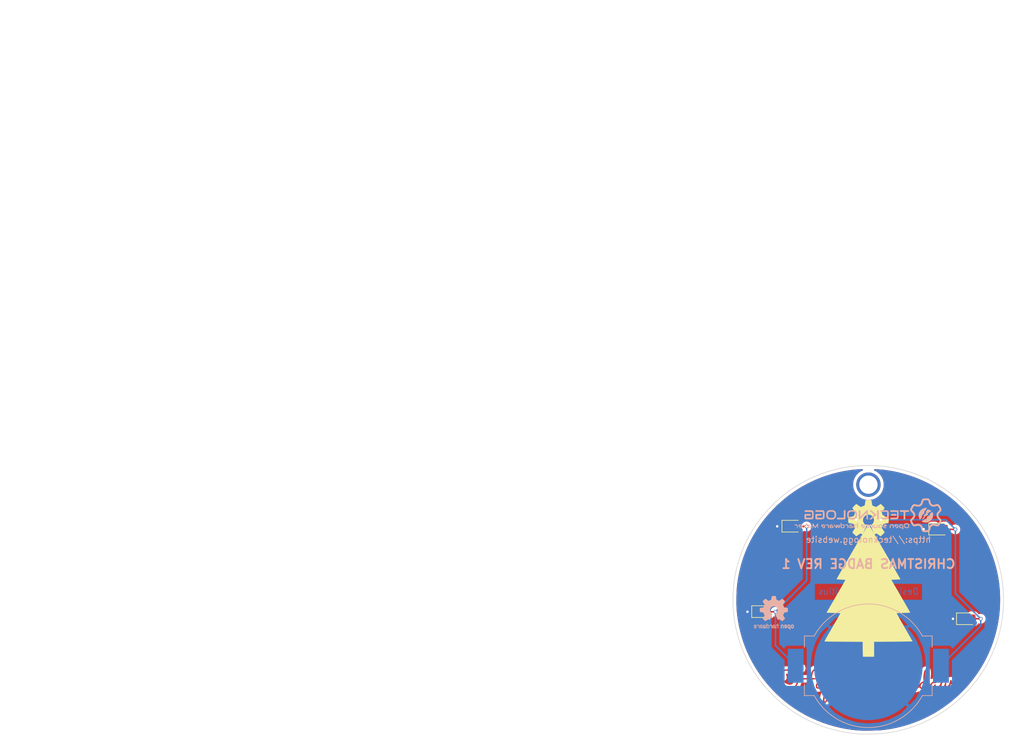
<source format=kicad_pcb>
(kicad_pcb (version 20171130) (host pcbnew "(5.1.6)-1")
  (layers (0 F.Cu signal) (31 B.Cu signal) (34 B.Paste user) (35 F.Paste user) (36 B.SilkS user) (37 F.SilkS user) (38 B.Mask user) (39 F.Mask user) (44 Edge.Cuts user))
  (net 0 "")
  (net 1 GND)
  (net 2 +3V3)
  (module Symbol:OSHW-Logo2_7.3x6mm_SilkScreen (layer B.Cu) (at 124 99 180)
    (fp_text reference REF** hide)
    (fp_text value OSHW-Logo2_7.3x6mm_SilkScreen hide)
  )
  (module logos:tecknologg2 (layer B.Cu) (at 139.5 83 180)
    (fp_text reference e hide)
    (fp_text value LOGO hide)
  )
  (module LED_SMD:LED_0805_2012Metric (layer F.Cu) (at 139.525 83.75)
    (fp_text reference R3 hide)
    (fp_text value LED_0805_2012Metric)
    (pad 2 smd roundrect (at 0.9375 0) (size 0.975 1.4) (layers F.Cu F.Paste F.Mask) (net 2 +3V3))
    (pad 1 smd roundrect (at -0.9375 0) (size 0.975 1.4) (layers F.Cu F.Paste F.Mask) (net 1 GND))
  )
  (module LED_SMD:LED_0805_2012Metric (layer F.Cu) (at 155.625 99.975)
    (fp_text reference R5 hide)
    (fp_text value LED_0805_2012Metric)
    (pad 1 smd roundrect (at -0.9375 0) (size 0.975 1.4) (layers F.Cu F.Paste F.Mask) (net 1 GND))
    (pad 2 smd roundrect (at 0.9375 0) (size 0.975 1.4) (layers F.Cu F.Paste F.Mask) (net 2 +3V3))
  )
  (module LED_SMD:LED_0805_2012Metric (layer F.Cu) (at 151.075 85.275)
    (fp_text reference R4 hide)
    (fp_text value LED_0805_2012Metric)
    (pad 1 smd roundrect (at -0.9375 0) (size 0.975 1.4) (layers F.Cu F.Paste F.Mask) (net 1 GND))
    (pad 2 smd roundrect (at 0.9375 0) (size 0.975 1.4) (layers F.Cu F.Paste F.Mask) (net 2 +3V3))
  )
  (module LED_SMD:LED_0805_2012Metric (layer F.Cu) (at 122.0625 98.8)
    (fp_text reference R1 hide)
    (fp_text value LED_0805_2012Metric)
    (pad 1 smd roundrect (at -0.9375 0) (size 0.975 1.4) (layers F.Cu F.Paste F.Mask) (net 1 GND))
    (pad 2 smd roundrect (at 0.9375 0) (size 0.975 1.4) (layers F.Cu F.Paste F.Mask) (net 2 +3V3))
  )
  (module LED_SMD:LED_0805_2012Metric (layer F.Cu) (at 127.0125 84.8)
    (fp_text reference R2 hide)
    (fp_text value LED_0805_2012Metric)
    (pad 2 smd roundrect (at 0.9375 0) (size 0.975 1.4) (layers F.Cu F.Paste F.Mask) (net 2 +3V3))
    (pad 1 smd roundrect (at -0.9375 0) (size 0.975 1.4) (layers F.Cu F.Paste F.Mask) (net 1 GND))
  )
  (module Battery:BatteryHolder_MPD_BC2003_1x2032 (layer B.Cu) (at 139.475 107.675 180)
    (fp_text reference BT1 hide)
    (fp_text value Battery_Cell)
    (pad 1 smd rect (at -11.905 0 180) (size 2.6 5.56) (layers B.Cu B.Paste B.Mask) (net 2 +3V3))
    (pad 1 smd rect (at 11.905 0 180) (size 2.6 5.56) (layers B.Cu B.Paste B.Mask) (net 2 +3V3))
    (pad 2 smd circle (at 0 0 180) (size 17.8 17.8) (layers B.Cu B.Mask) (net 1 GND))
  )
  (module LOGO (layer F.Cu) (at 140 99)
    (fp_text reference G*** hide)
    (fp_text value LOGO hide)
    (fp_poly (pts (xy 7.12285 10.383319) (xy 7.20561 10.453969) (xy 7.23898 10.579736) (xy 7.239 10.583334) (xy 7.220519 10.68657) (xy 7.1882 10.7442) (xy 7.094393 10.7899) (xy 6.98007 10.788794) (xy 6.884829 10.744627) (xy 6.85949 10.713117) (xy 6.81857 10.587457) (xy 6.825308 10.567083) (xy 6.999385 10.567083) (xy 7.006167 10.583334) (xy 7.062246 10.624086) (xy 7.074664 10.625667) (xy 7.097615 10.599584) (xy 7.090834 10.583334) (xy 7.034754 10.542581) (xy 7.022337 10.541) (xy 6.999385 10.567083) (xy 6.825308 10.567083) (xy 6.85219 10.485808) (xy 6.893084 10.441728) (xy 7.011681 10.376376) (xy 7.12285 10.383319)) (layer F.Cu) (width 0.01))
    (fp_poly (pts (xy 1.856878 8.886902) (xy 1.935441 8.953178) (xy 1.963673 8.99852) (xy 1.963191 9.0703) (xy 1.935066 9.173043) (xy 1.891825 9.274771) (xy 1.845991 9.343505) (xy 1.823783 9.355667) (xy 1.77807 9.381942) (xy 1.694535 9.448803) (xy 1.642234 9.495179) (xy 1.584275 9.549959) (xy 1.541008 9.60174) (xy 1.50903 9.664255) (xy 1.484935 9.751235) (xy 1.465321 9.876412) (xy 1.446783 10.053516) (xy 1.425918 10.29628) (xy 1.417097 10.403417) (xy 1.391873 10.710334) (xy 2.04002 10.705385) (xy 2.421601 10.699745) (xy 2.724375 10.6889) (xy 2.954077 10.672277) (xy 3.116441 10.649303) (xy 3.2172 10.619404) (xy 3.261457 10.583334) (xy 3.283032 10.512114) (xy 3.310483 10.383379) (xy 3.338257 10.223506) (xy 3.341141 10.204842) (xy 3.400612 9.931947) (xy 3.489351 9.675153) (xy 3.597909 9.457081) (xy 3.716833 9.300352) (xy 3.720579 9.296722) (xy 3.847441 9.212184) (xy 3.999276 9.162659) (xy 4.147795 9.152649) (xy 4.264711 9.186652) (xy 4.289503 9.206217) (xy 4.339347 9.27529) (xy 4.320133 9.322465) (xy 4.225704 9.354646) (xy 4.145538 9.367651) (xy 3.948683 9.435076) (xy 3.784777 9.573829) (xy 3.70356 9.696211) (xy 3.656326 9.814397) (xy 3.603748 9.988549) (xy 3.553104 10.190913) (xy 3.511672 10.393734) (xy 3.497182 10.483182) (xy 3.4719 10.658197) (xy 3.754161 10.688425) (xy 3.941833 10.711078) (xy 4.059911 10.733527) (xy 4.12332 10.760575) (xy 4.146986 10.797026) (xy 4.148667 10.815404) (xy 4.10849 10.862708) (xy 3.995472 10.897754) (xy 3.820878 10.917993) (xy 3.677709 10.922) (xy 3.587263 10.921854) (xy 3.525776 10.930177) (xy 3.489541 10.960107) (xy 3.474854 11.024786) (xy 3.478008 11.137351) (xy 3.495298 11.310944) (xy 3.516013 11.495361) (xy 3.54572 11.705877) (xy 3.585815 11.916618) (xy 3.629101 12.091312) (xy 3.643013 12.13532) (xy 3.688155 12.282885) (xy 3.718056 12.411975) (xy 3.725334 12.473794) (xy 3.701364 12.553636) (xy 3.642432 12.568212) (xy 3.568002 12.51711) (xy 3.537963 12.47775) (xy 3.472487 12.336332) (xy 3.410219 12.122242) (xy 3.353975 11.847475) (xy 3.306572 11.524025) (xy 3.299073 11.460477) (xy 3.27702 11.273947) (xy 3.256886 11.116615) (xy 3.241386 11.009035) (xy 3.234916 10.974917) (xy 3.206159 10.95415) (xy 3.127535 10.939143) (xy 2.990332 10.929265) (xy 2.785837 10.923885) (xy 2.509579 10.922368) (xy 2.254291 10.92405) (xy 2.011728 10.928453) (xy 1.801888 10.935012) (xy 1.64477 10.943161) (xy 1.584351 10.948551) (xy 1.369534 10.974366) (xy 1.316361 11.233933) (xy 1.206951 11.604669) (xy 1.044103 11.918398) (xy 0.831552 12.170169) (xy 0.573033 12.355031) (xy 0.418736 12.424157) (xy 0.1333 12.495022) (xy -0.171317 12.511927) (xy -0.47825 12.47918) (xy -0.770635 12.401086) (xy -1.031607 12.281952) (xy -1.244303 12.126084) (xy -1.375755 11.965932) (xy -1.421363 11.853592) (xy -1.403794 11.791002) (xy -1.334753 11.7884) (xy -1.238365 11.845746) (xy -1.016304 12.016612) (xy -0.830146 12.136083) (xy -0.656257 12.212959) (xy -0.471002 12.256044) (xy -0.250747 12.274137) (xy -0.081223 12.276667) (xy 0.238814 12.243578) (xy 0.507606 12.143564) (xy 0.72718 11.975506) (xy 0.899567 11.738282) (xy 0.901946 11.733931) (xy 0.967569 11.594608) (xy 1.029264 11.431838) (xy 1.080402 11.268054) (xy 1.114354 11.12569) (xy 1.124493 11.027177) (xy 1.118446 11.001186) (xy 1.066745 10.980766) (xy 0.957912 10.967383) (xy 0.864006 10.964334) (xy 0.714298 10.956472) (xy 0.632456 10.930246) (xy 0.607275 10.899008) (xy 0.596265 10.839664) (xy 0.628286 10.801758) (xy 0.717414 10.777894) (xy 0.86926 10.761373) (xy 1.005666 10.744164) (xy 1.095431 10.708937) (xy 1.150424 10.639566) (xy 1.182517 10.519926) (xy 1.203582 10.333891) (xy 1.206149 10.30375) (xy 1.222249 10.118742) (xy 1.239185 9.93541) (xy 1.250788 9.818009) (xy 1.260659 9.700237) (xy 1.249663 9.646122) (xy 1.205805 9.635121) (xy 1.148148 9.642215) (xy 1.06345 9.642542) (xy 0.913586 9.631251) (xy 0.716983 9.610175) (xy 0.492067 9.581146) (xy 0.396237 9.567414) (xy -0.039572 9.510931) (xy -0.404912 9.480282) (xy -0.697174 9.475526) (xy -0.913747 9.49672) (xy -1.038114 9.536075) (xy -1.230467 9.669714) (xy -1.342158 9.826426) (xy -1.37223 10.002394) (xy -1.319724 10.193801) (xy -1.237288 10.32957) (xy -1.138284 10.481004) (xy -1.103863 10.578501) (xy -1.13386 10.622681) (xy -1.158457 10.625667) (xy -1.262724 10.588329) (xy -1.374341 10.490329) (xy -1.478373 10.352683) (xy -1.559883 10.196411) (xy -1.603935 10.042528) (xy -1.607737 9.993449) (xy -1.576417 9.836685) (xy -1.491933 9.664688) (xy -1.372257 9.50814) (xy -1.272267 9.420738) (xy -1.115822 9.332441) (xy -0.938691 9.275387) (xy -0.727685 9.248448) (xy -0.469618 9.250496) (xy -0.151303 9.280403) (xy 0.049655 9.307647) (xy 0.301159 9.343007) (xy 0.552745 9.375881) (xy 0.778412 9.403028) (xy 0.952159 9.421208) (xy 0.980989 9.423696) (xy 1.291167 9.448863) (xy 1.382367 9.271) (xy 1.574378 9.271) (xy 1.615207 9.24318) (xy 1.672167 9.186334) (xy 1.721055 9.125008) (xy 1.727622 9.101667) (xy 1.686793 9.129487) (xy 1.629834 9.186334) (xy 1.580945 9.247659) (xy 1.574378 9.271) (xy 1.382367 9.271) (xy 1.418167 9.201181) (xy 1.536549 9.01327) (xy 1.658616 8.90003) (xy 1.779417 8.865006) (xy 1.856878 8.886902)) (layer F.Cu) (width 0.01))
    (fp_poly (pts (xy -11.352659 8.924692) (xy -11.339053 8.950378) (xy -11.310455 9.091466) (xy -11.35825 9.230427) (xy -11.485448 9.373995) (xy -11.553377 9.429738) (xy -11.644272 9.50268) (xy -11.70981 9.570083) (xy -11.755323 9.647868) (xy -11.786141 9.751957) (xy -11.807594 9.898271) (xy -11.825012 10.102732) (xy -11.836832 10.276417) (xy -11.865437 10.710334) (xy -11.251939 10.710334) (xy -10.998771 10.708355) (xy -10.744199 10.702945) (xy -10.515466 10.694893) (xy -10.339815 10.684989) (xy -10.318565 10.683294) (xy -9.998689 10.656255) (xy -9.948924 10.315906) (xy -9.877764 9.967113) (xy -9.776078 9.671055) (xy -9.648052 9.435016) (xy -9.497874 9.266279) (xy -9.329732 9.17213) (xy -9.285082 9.161045) (xy -9.161295 9.155527) (xy -9.046071 9.178269) (xy -8.964271 9.220799) (xy -8.940754 9.274645) (xy -8.941739 9.278052) (xy -8.988904 9.315341) (xy -9.091596 9.357362) (xy -9.165801 9.379036) (xy -9.349308 9.456759) (xy -9.494152 9.590553) (xy -9.603987 9.786795) (xy -9.682468 10.051861) (xy -9.730334 10.363993) (xy -9.761958 10.659962) (xy -9.487935 10.689307) (xy -9.302717 10.711798) (xy -9.186907 10.734439) (xy -9.125386 10.762259) (xy -9.103035 10.800287) (xy -9.101666 10.817787) (xy -9.133563 10.85138) (xy -9.234169 10.878401) (xy -9.41086 10.900693) (xy -9.446325 10.903913) (xy -9.790983 10.933978) (xy -9.765239 11.319572) (xy -9.741474 11.548162) (xy -9.702408 11.796919) (xy -9.655886 12.017) (xy -9.648933 12.043834) (xy -9.591496 12.259907) (xy -9.554254 12.407336) (xy -9.535423 12.499238) (xy -9.53322 12.548733) (xy -9.545861 12.56894) (xy -9.571564 12.572978) (xy -9.577004 12.573) (xy -9.651723 12.543846) (xy -9.708768 12.495772) (xy -9.766731 12.394274) (xy -9.825172 12.226397) (xy -9.879943 12.010304) (xy -9.926896 11.764156) (xy -9.96188 11.506115) (xy -9.977567 11.319147) (xy -10.002793 10.890793) (xy -10.769313 10.911607) (xy -11.028264 10.919876) (xy -11.269208 10.929848) (xy -11.474723 10.94063) (xy -11.627383 10.951326) (xy -11.701165 10.959449) (xy -11.866498 10.986477) (xy -11.983414 11.361538) (xy -12.126276 11.725316) (xy -12.305929 12.02326) (xy -12.518681 12.251284) (xy -12.760836 12.405299) (xy -12.99007 12.475492) (xy -13.397643 12.510661) (xy -13.775739 12.474698) (xy -14.116694 12.369051) (xy -14.392398 12.210514) (xy -14.578751 12.059456) (xy -14.686792 11.938025) (xy -14.717181 11.84532) (xy -14.694111 11.798511) (xy -14.640956 11.787217) (xy -14.549059 11.831366) (xy -14.467939 11.888358) (xy -14.124909 12.10573) (xy -13.782224 12.243473) (xy -13.444446 12.300236) (xy -13.144782 12.280302) (xy -12.914332 12.222507) (xy -12.736434 12.137198) (xy -12.579754 12.008315) (xy -12.545813 11.973362) (xy -12.364234 11.72434) (xy -12.221308 11.403043) (xy -12.131495 11.08075) (xy -12.10572 10.964334) (xy -12.384797 10.964334) (xy -12.534803 10.961592) (xy -12.617308 10.950187) (xy -12.64939 10.925342) (xy -12.649799 10.89025) (xy -12.617996 10.843195) (xy -12.533202 10.80844) (xy -12.379818 10.779684) (xy -12.373916 10.778837) (xy -12.233746 10.751221) (xy -12.13091 10.716699) (xy -12.091325 10.687343) (xy -12.080827 10.625676) (xy -12.067746 10.498247) (xy -12.053773 10.323855) (xy -12.040987 10.12793) (xy -12.011434 9.622682) (xy -12.133467 9.640219) (xy -12.218398 9.640466) (xy -12.368192 9.629145) (xy -12.564117 9.608109) (xy -12.787437 9.57921) (xy -12.869333 9.567473) (xy -13.289074 9.51204) (xy -13.635493 9.481362) (xy -13.916503 9.476325) (xy -14.140012 9.497812) (xy -14.313933 9.54671) (xy -14.446175 9.623901) (xy -14.54465 9.730271) (xy -14.561999 9.756754) (xy -14.63569 9.933441) (xy -14.630145 10.106269) (xy -14.544431 10.287896) (xy -14.520333 10.322615) (xy -14.440554 10.449025) (xy -14.397004 10.552005) (xy -14.395496 10.614577) (xy -14.416602 10.625667) (xy -14.520046 10.59166) (xy -14.63528 10.504764) (xy -14.735928 10.387664) (xy -14.77673 10.315943) (xy -14.847949 10.072538) (xy -14.839134 9.841528) (xy -14.752193 9.632511) (xy -14.608831 9.47122) (xy -14.454247 9.373647) (xy -14.255837 9.307851) (xy -14.006524 9.273359) (xy -13.699233 9.269699) (xy -13.326887 9.296397) (xy -12.88241 9.35298) (xy -12.869333 9.354919) (xy -12.643864 9.386759) (xy -12.434813 9.4132) (xy -12.263437 9.43176) (xy -12.150994 9.439955) (xy -12.139796 9.440139) (xy -12.045037 9.433847) (xy -11.981728 9.401954) (xy -11.925634 9.325369) (xy -11.900307 9.277561) (xy -11.684 9.277561) (xy -11.671357 9.311067) (xy -11.630275 9.274601) (xy -11.576482 9.196917) (xy -11.50156 9.0805) (xy -11.59278 9.161145) (xy -11.659013 9.230936) (xy -11.684 9.277561) (xy -11.900307 9.277561) (xy -11.876616 9.232843) (xy -11.766681 9.055235) (xy -11.648642 8.930006) (xy -11.533175 8.862766) (xy -11.430956 8.859125) (xy -11.352659 8.924692)) (layer F.Cu) (width 0.01))
    (fp_poly (pts (xy 6.35858 9.047532) (xy 6.467631 9.158269) (xy 6.498808 9.21483) (xy 6.533738 9.304967) (xy 6.553002 9.407226) (xy 6.5585 9.543734) (xy 6.552135 9.736617) (xy 6.548848 9.797372) (xy 6.526107 10.060803) (xy 6.485793 10.306522) (xy 6.422203 10.55582) (xy 6.329637 10.829989) (xy 6.202391 11.150322) (xy 6.159058 11.252858) (xy 5.959211 11.720961) (xy 6.027446 11.921222) (xy 6.111372 12.118827) (xy 6.203255 12.234296) (xy 6.308069 12.270107) (xy 6.430791 12.228737) (xy 6.517942 12.165508) (xy 6.67612 11.98286) (xy 6.799968 11.736346) (xy 6.875203 11.472334) (xy 6.907924 11.33518) (xy 6.94442 11.261392) (xy 6.997054 11.230109) (xy 7.021573 11.225341) (xy 7.121645 11.211181) (xy 7.094172 11.627507) (xy 7.084892 11.879139) (xy 7.097561 12.058688) (xy 7.135294 12.176615) (xy 7.201211 12.243385) (xy 7.285069 12.26814) (xy 7.396899 12.244804) (xy 7.524814 12.148128) (xy 7.672261 11.975093) (xy 7.700587 11.93496) (xy 8.053994 11.93496) (xy 8.063756 12.09565) (xy 8.087156 12.15245) (xy 8.158123 12.224198) (xy 8.250197 12.21406) (xy 8.363086 12.122069) (xy 8.363143 12.122008) (xy 8.442436 12.005513) (xy 8.509522 11.853437) (xy 8.554668 11.695959) (xy 8.568139 11.563259) (xy 8.559299 11.513805) (xy 8.534499 11.462746) (xy 8.496164 11.454249) (xy 8.417596 11.486927) (xy 8.3821 11.504597) (xy 8.22225 11.61948) (xy 8.109853 11.769585) (xy 8.053994 11.93496) (xy 7.700587 11.93496) (xy 7.758199 11.853334) (xy 7.948756 11.599858) (xy 8.132322 11.420031) (xy 8.318558 11.30449) (xy 8.329084 11.299808) (xy 8.509 11.221342) (xy 8.509 10.710442) (xy 8.72132 10.710442) (xy 8.72312 10.902617) (xy 8.730379 11.062661) (xy 8.743159 11.173518) (xy 8.761521 11.218132) (xy 8.763 11.218334) (xy 8.80423 11.203275) (xy 8.805334 11.198863) (xy 8.814958 11.152134) (xy 8.840907 11.041705) (xy 8.878795 10.88597) (xy 8.908798 10.764946) (xy 8.982836 10.430207) (xy 9.029458 10.133656) (xy 9.047568 9.88675) (xy 9.036066 9.700949) (xy 9.017459 9.630834) (xy 8.96809 9.503834) (xy 8.891208 9.598221) (xy 8.843139 9.689783) (xy 8.796546 9.83146) (xy 8.767496 9.961522) (xy 8.748068 10.111674) (xy 8.733855 10.297915) (xy 8.724919 10.503189) (xy 8.72132 10.710442) (xy 8.509 10.710442) (xy 8.509 10.698446) (xy 8.521512 10.299752) (xy 8.558065 9.960807) (xy 8.617185 9.68567) (xy 8.697395 9.478401) (xy 8.797221 9.343056) (xy 8.915189 9.283696) (xy 9.019727 9.293032) (xy 9.126286 9.357097) (xy 9.196527 9.475432) (xy 9.233882 9.65709) (xy 9.242248 9.879798) (xy 9.229517 10.172307) (xy 9.194366 10.455777) (xy 9.132226 10.755061) (xy 9.038528 11.095012) (xy 8.990163 11.251185) (xy 8.914357 11.508448) (xy 8.872917 11.704652) (xy 8.865633 11.856024) (xy 8.892294 11.978788) (xy 8.95269 12.089172) (xy 8.978852 12.124206) (xy 9.059798 12.200761) (xy 9.136279 12.234273) (xy 9.138768 12.234334) (xy 9.226415 12.197143) (xy 9.345062 12.08952) (xy 9.489132 11.917391) (xy 9.649569 11.691889) (xy 9.818197 11.472407) (xy 9.980783 11.333117) (xy 10.144934 11.270653) (xy 10.318258 11.281648) (xy 10.456334 11.334816) (xy 10.553261 11.400267) (xy 10.600572 11.465499) (xy 10.592621 11.513452) (xy 10.523759 11.527063) (xy 10.519834 11.526671) (xy 10.314849 11.508385) (xy 10.172813 11.508731) (xy 10.073311 11.531543) (xy 9.995929 11.580654) (xy 9.94176 11.635222) (xy 9.853698 11.763147) (xy 9.822952 11.904822) (xy 9.821982 11.949251) (xy 9.834095 12.112895) (xy 9.8732 12.202879) (xy 9.945646 12.227655) (xy 10.0187 12.211043) (xy 10.122528 12.139494) (xy 10.222612 11.994934) (xy 10.247313 11.947651) (xy 10.312449 11.822333) (xy 10.365744 11.728701) (xy 10.389583 11.694307) (xy 10.433866 11.695013) (xy 10.484178 11.752826) (xy 10.525039 11.842964) (xy 10.541 11.936672) (xy 10.570752 12.073464) (xy 10.647087 12.180402) (xy 10.750627 12.232637) (xy 10.773152 12.234334) (xy 10.878249 12.194103) (xy 11.001483 12.076184) (xy 11.139313 11.88473) (xy 11.280613 11.638403) (xy 11.38115 11.456885) (xy 11.458126 11.344531) (xy 11.520083 11.292159) (xy 11.575562 11.290588) (xy 11.595097 11.300382) (xy 11.621849 11.335291) (xy 11.618286 11.401982) (xy 11.582083 11.519672) (xy 11.561927 11.574715) (xy 11.493853 11.804018) (xy 11.473307 11.993104) (xy 11.499127 12.133226) (xy 11.570153 12.215639) (xy 11.649533 12.234334) (xy 11.726975 12.195795) (xy 11.814922 12.090441) (xy 11.903622 11.933663) (xy 11.983321 11.740854) (xy 12.006102 11.671562) (xy 12.053641 11.533124) (xy 12.095027 11.460687) (xy 12.141955 11.437489) (xy 12.168566 11.438729) (xy 12.205066 11.444396) (xy 12.229469 11.458125) (xy 12.24286 11.493423) (xy 12.246328 11.563799) (xy 12.24096 11.682761) (xy 12.227842 11.863819) (xy 12.215562 12.022667) (xy 12.187795 12.3825) (xy 12.383693 12.173681) (xy 12.55342 11.962111) (xy 12.698799 11.723147) (xy 12.804299 11.485265) (xy 12.84845 11.321552) (xy 12.878691 11.160263) (xy 12.907535 11.06564) (xy 12.944133 11.020343) (xy 12.997633 11.00703) (xy 13.014599 11.006667) (xy 13.078626 11.019803) (xy 13.114599 11.073974) (xy 13.136917 11.186584) (xy 13.167157 11.324029) (xy 13.219847 11.496088) (xy 13.269672 11.630242) (xy 13.339642 11.840695) (xy 13.372796 12.029744) (xy 13.367544 12.179529) (xy 13.326534 12.2682) (xy 13.297575 12.310059) (xy 13.328636 12.319) (xy 13.454342 12.28326) (xy 13.599514 12.186075) (xy 13.747338 12.042503) (xy 13.881 11.867597) (xy 13.936281 11.774921) (xy 14.001171 11.686047) (xy 14.065889 11.642543) (xy 14.073865 11.641667) (xy 14.12554 11.67478) (xy 14.136937 11.758007) (xy 14.108405 11.867179) (xy 14.069577 11.939164) (xy 13.970318 12.068328) (xy 13.841339 12.210186) (xy 13.705548 12.341828) (xy 13.585854 12.440346) (xy 13.538186 12.470562) (xy 13.377301 12.519959) (xy 13.190625 12.525264) (xy 13.005519 12.491192) (xy 12.849343 12.422458) (xy 12.756807 12.335893) (xy 12.714642 12.234619) (xy 12.741497 12.177813) (xy 12.829929 12.173581) (xy 12.889321 12.191552) (xy 13.000625 12.214058) (xy 13.100066 12.176011) (xy 13.107881 12.170982) (xy 13.175924 12.11614) (xy 13.200832 12.054573) (xy 13.183482 11.963999) (xy 13.124755 11.822137) (xy 13.121891 11.815814) (xy 13.03764 11.630128) (xy 12.875046 11.881693) (xy 12.764118 12.038093) (xy 12.62164 12.218348) (xy 12.476104 12.386621) (xy 12.458167 12.406046) (xy 12.203882 12.678834) (xy 12.174804 13.335) (xy 12.155663 13.668289) (xy 12.129195 13.929535) (xy 12.092175 14.131263) (xy 12.041382 14.286) (xy 11.973591 14.406268) (xy 11.88558 14.504593) (xy 11.870281 14.51836) (xy 11.73955 14.614376) (xy 11.633159 14.639016) (xy 11.529842 14.592237) (xy 11.448504 14.517541) (xy 11.378788 14.435746) (xy 11.342522 14.35644) (xy 11.330327 14.248255) (xy 11.331319 14.137949) (xy 11.526347 14.137949) (xy 11.548316 14.285138) (xy 11.55071 14.290601) (xy 11.615551 14.372893) (xy 11.694535 14.373746) (xy 11.782999 14.294276) (xy 11.829863 14.223862) (xy 11.868765 14.144467) (xy 11.895285 14.050471) (xy 11.912198 13.923116) (xy 11.922282 13.743646) (xy 11.926947 13.567834) (xy 11.937085 13.059834) (xy 11.770273 13.39226) (xy 11.639277 13.683521) (xy 11.557318 13.934746) (xy 11.526347 14.137949) (xy 11.331319 14.137949) (xy 11.331427 14.125958) (xy 11.372357 13.816108) (xy 11.480296 13.478162) (xy 11.657793 13.104219) (xy 11.666249 13.088634) (xy 11.75069 12.933329) (xy 11.827107 12.792169) (xy 11.879673 12.694396) (xy 11.881631 12.690721) (xy 11.930573 12.567774) (xy 11.966401 12.425184) (xy 11.967984 12.415555) (xy 11.993069 12.2555) (xy 11.898653 12.339205) (xy 11.758379 12.412868) (xy 11.596671 12.423828) (xy 11.444751 12.373939) (xy 11.364038 12.307455) (xy 11.291275 12.231105) (xy 11.241056 12.192983) (xy 11.236536 12.192) (xy 11.190467 12.217592) (xy 11.106779 12.282239) (xy 11.063699 12.319) (xy 10.894825 12.423525) (xy 10.724733 12.447248) (xy 10.563302 12.389939) (xy 10.490685 12.33252) (xy 10.372237 12.219039) (xy 10.276702 12.308215) (xy 10.13344 12.397152) (xy 9.972195 12.429375) (xy 9.817187 12.406389) (xy 9.692638 12.329701) (xy 9.647967 12.26913) (xy 9.616041 12.221851) (xy 9.577803 12.220525) (xy 9.509055 12.269434) (xy 9.472054 12.300267) (xy 9.359881 12.383119) (xy 9.254008 12.443778) (xy 9.238087 12.450466) (xy 9.106146 12.459308) (xy 8.963757 12.404859) (xy 8.836291 12.300546) (xy 8.76771 12.201539) (xy 8.691622 12.053228) (xy 8.575776 12.205109) (xy 8.429313 12.345566) (xy 8.263369 12.419496) (xy 8.095603 12.420342) (xy 8.042252 12.403219) (xy 7.946734 12.342691) (xy 7.893722 12.272114) (xy 7.856145 12.203699) (xy 7.801581 12.20802) (xy 7.721811 12.281172) (xy 7.587657 12.39314) (xy 7.427677 12.474745) (xy 7.272611 12.51273) (xy 7.193815 12.508874) (xy 7.09178 12.458288) (xy 6.991287 12.366921) (xy 6.919332 12.263553) (xy 6.900334 12.196048) (xy 6.87934 12.151681) (xy 6.827335 12.171179) (xy 6.760778 12.248301) (xy 6.760206 12.249172) (xy 6.653817 12.353137) (xy 6.500276 12.43786) (xy 6.337097 12.484496) (xy 6.284131 12.488334) (xy 6.184238 12.456115) (xy 6.066627 12.374498) (xy 5.954761 12.266044) (xy 5.872103 12.153311) (xy 5.842 12.063218) (xy 5.829406 12.00069) (xy 5.782628 11.986136) (xy 5.688179 12.019655) (xy 5.599057 12.065) (xy 5.473914 12.119333) (xy 5.361031 12.148229) (xy 5.339758 12.149667) (xy 5.24961 12.177365) (xy 5.13504 12.248013) (xy 5.077073 12.295441) (xy 4.883671 12.426527) (xy 4.687807 12.480981) (xy 4.501683 12.460426) (xy 4.3375 12.366487) (xy 4.207458 12.200786) (xy 4.19573 12.178184) (xy 4.137682 12.050363) (xy 4.117321 11.957601) (xy 4.129744 11.861782) (xy 4.14705 11.799703) (xy 4.206087 11.669101) (xy 4.296961 11.537335) (xy 4.400669 11.426152) (xy 4.498205 11.357302) (xy 4.544102 11.345334) (xy 4.617128 11.365047) (xy 4.622948 11.426423) (xy 4.561093 11.532815) (xy 4.508513 11.599318) (xy 4.408367 11.740729) (xy 4.365348 11.866457) (xy 4.360982 11.931422) (xy 4.373171 12.073283) (xy 4.420883 12.164434) (xy 4.523073 12.237192) (xy 4.548138 12.250529) (xy 4.646431 12.290244) (xy 4.727669 12.281082) (xy 4.787903 12.253309) (xy 4.897862 12.18355) (xy 4.931083 12.1158) (xy 4.892489 12.029703) (xy 4.853839 11.980542) (xy 4.740319 11.806304) (xy 4.685674 11.633361) (xy 4.686757 11.599613) (xy 4.900547 11.599613) (xy 4.910271 11.640288) (xy 4.947377 11.748396) (xy 4.981347 11.820205) (xy 5.011781 11.83939) (xy 5.028414 11.7996) (xy 5.029525 11.725657) (xy 5.013395 11.642387) (xy 4.996502 11.601517) (xy 4.93918 11.524757) (xy 4.902606 11.526185) (xy 4.900547 11.599613) (xy 4.686757 11.599613) (xy 4.690673 11.477597) (xy 4.756084 11.354897) (xy 4.821202 11.305568) (xy 4.937754 11.283779) (xy 5.049138 11.333636) (xy 5.144921 11.442282) (xy 5.214665 11.596859) (xy 5.247935 11.784512) (xy 5.249334 11.833024) (xy 5.264017 11.939174) (xy 5.31155 11.976544) (xy 5.397158 11.945072) (xy 5.526063 11.844691) (xy 5.543104 11.829446) (xy 5.710119 11.678558) (xy 5.686155 11.099196) (xy 5.682856 10.798632) (xy 5.903413 10.798632) (xy 5.905083 10.982158) (xy 5.913828 11.120545) (xy 5.929244 11.200207) (xy 5.948358 11.210603) (xy 5.96904 11.167735) (xy 6.012406 11.065476) (xy 6.070275 10.923276) (xy 6.090147 10.873455) (xy 6.180664 10.612566) (xy 6.253326 10.338001) (xy 6.306436 10.064669) (xy 6.338294 9.807481) (xy 6.347205 9.581345) (xy 6.331469 9.40117) (xy 6.289389 9.281866) (xy 6.273616 9.262349) (xy 6.20812 9.238231) (xy 6.14375 9.292199) (xy 6.082626 9.417678) (xy 6.026867 9.608094) (xy 5.978591 9.856872) (xy 5.939918 10.157436) (xy 5.922902 10.3505) (xy 5.909218 10.583551) (xy 5.903413 10.798632) (xy 5.682856 10.798632) (xy 5.680948 10.624856) (xy 5.705207 10.193715) (xy 5.75758 9.81458) (xy 5.836713 9.49626) (xy 5.941251 9.247564) (xy 5.980681 9.182885) (xy 6.100955 9.058967) (xy 6.231638 9.01414) (xy 6.35858 9.047532)) (layer F.Cu) (width 0.01))
    (fp_poly (pts (xy -7.111461 11.006834) (xy -7.075227 11.127559) (xy -7.047619 11.31059) (xy -7.019075 11.556529) (xy -6.846251 11.408598) (xy -6.733942 11.324624) (xy -6.634962 11.271023) (xy -6.593597 11.260667) (xy -6.446466 11.297991) (xy -6.332926 11.399935) (xy -6.257892 11.551454) (xy -6.226282 11.737505) (xy -6.243011 11.943044) (xy -6.306526 12.139084) (xy -6.348452 12.244154) (xy -6.363202 12.308965) (xy -6.357757 12.319) (xy -6.306932 12.297131) (xy -6.215304 12.242175) (xy -6.174743 12.215321) (xy -5.98376 12.038969) (xy -5.815525 11.788418) (xy -5.674914 11.472231) (xy -5.587142 11.183931) (xy -5.547181 11.064861) (xy -5.501248 11.016443) (xy -5.469237 11.015007) (xy -5.43129 11.037783) (xy -5.405616 11.099562) (xy -5.387955 11.216479) (xy -5.376333 11.366909) (xy -5.355166 11.705167) (xy -5.279028 11.565711) (xy -5.18352 11.442171) (xy -5.054055 11.337119) (xy -4.92041 11.27194) (xy -4.854493 11.260825) (xy -4.77688 11.289155) (xy -4.679553 11.359816) (xy -4.65341 11.38441) (xy -4.583471 11.464198) (xy -4.546185 11.545073) (xy -4.531635 11.658019) (xy -4.529666 11.770997) (xy -4.542289 11.967908) (xy -4.584669 12.114464) (xy -4.617786 12.17642) (xy -4.671171 12.273321) (xy -4.671155 12.311816) (xy -4.612858 12.294436) (xy -4.507437 12.233676) (xy -4.331735 12.085959) (xy -4.168512 11.865523) (xy -4.019266 11.579658) (xy -3.951597 11.440486) (xy -3.890972 11.333213) (xy -3.850268 11.280574) (xy -3.849633 11.280165) (xy -3.787588 11.266715) (xy -3.75761 11.324633) (xy -3.759365 11.456344) (xy -3.79252 11.664275) (xy -3.795011 11.67679) (xy -3.831664 11.919188) (xy -3.829015 12.090147) (xy -3.786284 12.193624) (xy -3.702695 12.233573) (xy -3.685434 12.234334) (xy -3.618698 12.201791) (xy -3.533351 12.121889) (xy -3.452013 12.021221) (xy -3.397302 11.926376) (xy -3.386666 11.883104) (xy -3.369879 11.814417) (xy -3.327996 11.708697) (xy -3.273737 11.592519) (xy -3.219823 11.492458) (xy -3.178973 11.435087) (xy -3.169787 11.43) (xy -3.154978 11.469502) (xy -3.142976 11.576707) (xy -3.13511 11.734663) (xy -3.132666 11.903046) (xy -3.132666 12.376092) (xy -3.02225 12.273463) (xy -2.942433 12.187588) (xy -2.83696 12.058824) (xy -2.727917 11.914203) (xy -2.722201 11.90625) (xy -2.597247 11.747504) (xy -2.503003 11.661715) (xy -2.441354 11.649889) (xy -2.414185 11.713032) (xy -2.413 11.741149) (xy -2.445742 11.853969) (xy -2.542563 12.0165) (xy -2.701357 12.225649) (xy -2.901234 12.457541) (xy -3.121343 12.701915) (xy -3.1498 13.283041) (xy -3.168563 13.610866) (xy -3.190783 13.866804) (xy -3.219421 14.063635) (xy -3.257439 14.214137) (xy -3.307801 14.33109) (xy -3.373466 14.427272) (xy -3.429112 14.488073) (xy -3.532506 14.578517) (xy -3.623355 14.63622) (xy -3.661086 14.647334) (xy -3.732632 14.618988) (xy -3.830466 14.547204) (xy -3.877733 14.5034) (xy -3.978913 14.379652) (xy -4.01913 14.26145) (xy -4.021666 14.215961) (xy -4.016237 14.167409) (xy -3.803866 14.167409) (xy -3.790044 14.250743) (xy -3.775926 14.286279) (xy -3.710323 14.371474) (xy -3.631522 14.374692) (xy -3.543643 14.296829) (xy -3.496131 14.22529) (xy -3.456916 14.142006) (xy -3.428811 14.036855) (xy -3.408919 13.891955) (xy -3.394344 13.689424) (xy -3.388006 13.557739) (xy -3.379747 13.341215) (xy -3.377742 13.198431) (xy -3.382839 13.118636) (xy -3.395888 13.091075) (xy -3.417739 13.104997) (xy -3.423239 13.111811) (xy -3.506803 13.24802) (xy -3.596963 13.439974) (xy -3.682294 13.660693) (xy -3.75137 13.883197) (xy -3.753791 13.892354) (xy -3.792272 14.056675) (xy -3.803866 14.167409) (xy -4.016237 14.167409) (xy -3.995767 13.98436) (xy -3.923094 13.708331) (xy -3.811183 13.408397) (xy -3.667573 13.105081) (xy -3.520193 12.850462) (xy -3.432398 12.683288) (xy -3.389162 12.535366) (xy -3.386666 12.500406) (xy -3.392401 12.406431) (xy -3.423985 12.376811) (xy -3.502989 12.391343) (xy -3.503083 12.391368) (xy -3.70712 12.417085) (xy -3.871983 12.376612) (xy -3.988633 12.273438) (xy -4.030026 12.188089) (xy -4.06571 12.188003) (xy -4.140556 12.237115) (xy -4.196703 12.285991) (xy -4.415352 12.44023) (xy -4.654528 12.515676) (xy -4.903189 12.510609) (xy -5.133714 12.431913) (xy -5.328777 12.33316) (xy -5.352611 12.590663) (xy -5.364921 12.731359) (xy -5.381481 12.931288) (xy -5.400243 13.165254) (xy -5.419162 13.408056) (xy -5.421669 13.440834) (xy -5.449637 13.772456) (xy -5.478935 14.032401) (xy -5.512769 14.233639) (xy -5.554344 14.389138) (xy -5.606866 14.511868) (xy -5.673538 14.614797) (xy -5.727669 14.679084) (xy -5.844995 14.757598) (xy -5.979139 14.775485) (xy -6.101096 14.733151) (xy -6.160459 14.672978) (xy -6.22349 14.538578) (xy -6.250354 14.37324) (xy -6.244576 14.227528) (xy -6.011226 14.227528) (xy -6.007282 14.374091) (xy -5.996867 14.485019) (xy -5.983111 14.534445) (xy -5.912754 14.561985) (xy -5.842377 14.506519) (xy -5.782671 14.391415) (xy -5.726499 14.20801) (xy -5.680772 13.961784) (xy -5.644583 13.646113) (xy -5.61702 13.254376) (xy -5.611405 13.1445) (xy -5.587097 12.6365) (xy -5.696902 12.911667) (xy -5.80704 13.218527) (xy -5.898857 13.534856) (xy -5.966694 13.836955) (xy -6.004887 14.101124) (xy -6.011226 14.227528) (xy -6.244576 14.227528) (xy -6.241938 14.161007) (xy -6.203091 13.906828) (xy -6.170873 13.749751) (xy -6.13091 13.586838) (xy -6.079091 13.404779) (xy -6.011299 13.190265) (xy -5.923423 12.929986) (xy -5.811347 12.610632) (xy -5.745017 12.424834) (xy -5.669498 12.211872) (xy -5.624119 12.072281) (xy -5.618565 12.043834) (xy -5.291194 12.043834) (xy -5.256839 12.09606) (xy -5.174862 12.155884) (xy -5.077849 12.203792) (xy -4.998388 12.220272) (xy -4.996822 12.220102) (xy -4.935391 12.182543) (xy -4.859008 12.098335) (xy -4.838072 12.06903) (xy -4.77228 11.932661) (xy -4.744746 11.790669) (xy -4.751806 11.660245) (xy -4.789793 11.558582) (xy -4.855042 11.50287) (xy -4.943888 11.510301) (xy -4.955932 11.516236) (xy -5.016034 11.573086) (xy -5.095921 11.678358) (xy -5.17893 11.805829) (xy -5.248398 11.929275) (xy -5.28766 12.022473) (xy -5.291194 12.043834) (xy -5.618565 12.043834) (xy -5.609987 11.9999) (xy -5.628208 11.988566) (xy -5.679886 12.032118) (xy -5.76613 12.124394) (xy -5.793511 12.154676) (xy -5.995711 12.350603) (xy -6.185414 12.472237) (xy -6.374468 12.526377) (xy -6.448892 12.530667) (xy -6.629115 12.507335) (xy -6.796167 12.445207) (xy -6.930323 12.356083) (xy -7.011858 12.251762) (xy -7.027333 12.184621) (xy -7.008041 12.121153) (xy -6.94469 12.116272) (xy -6.82907 12.169809) (xy -6.811304 12.180144) (xy -6.726682 12.224369) (xy -6.669395 12.221799) (xy -6.601461 12.166192) (xy -6.576671 12.14158) (xy -6.497607 12.024254) (xy -6.449414 11.877425) (xy -6.435909 11.729135) (xy -6.460912 11.607426) (xy -6.497188 11.557812) (xy -6.560976 11.524885) (xy -6.628713 11.539623) (xy -6.711022 11.609583) (xy -6.818529 11.742324) (xy -6.883833 11.832872) (xy -7.057833 12.079626) (xy -7.087861 12.80154) (xy -7.111501 13.276382) (xy -7.139697 13.670389) (xy -7.172808 13.987288) (xy -7.211198 14.230808) (xy -7.237582 14.345733) (xy -7.309437 14.517644) (xy -7.413912 14.651799) (xy -7.536368 14.740316) (xy -7.662167 14.775314) (xy -7.776671 14.748911) (xy -7.851593 14.676333) (xy -7.919368 14.52087) (xy -7.943888 14.343309) (xy -7.704486 14.343309) (xy -7.690448 14.47526) (xy -7.662539 14.551251) (xy -7.642142 14.562667) (xy -7.574453 14.530219) (xy -7.515583 14.464937) (xy -7.469363 14.364578) (xy -7.426518 14.223811) (xy -7.412086 14.158021) (xy -7.392059 14.02835) (xy -7.37036 13.849348) (xy -7.348451 13.638589) (xy -7.327795 13.413646) (xy -7.309854 13.192092) (xy -7.296089 12.991502) (xy -7.287963 12.829449) (xy -7.286939 12.723507) (xy -7.290299 12.694313) (xy -7.309292 12.707808) (xy -7.346367 12.787147) (xy -7.396296 12.916777) (xy -7.453851 13.081148) (xy -7.513805 13.264707) (xy -7.57093 13.451903) (xy -7.619999 13.627185) (xy -7.655783 13.775001) (xy -7.659344 13.792167) (xy -7.689337 13.983716) (xy -7.70425 14.173445) (xy -7.704486 14.343309) (xy -7.943888 14.343309) (xy -7.947298 14.318616) (xy -7.93464 14.065385) (xy -7.880649 13.75699) (xy -7.784581 13.389244) (xy -7.645694 12.957959) (xy -7.463242 12.458947) (xy -7.452867 12.431897) (xy -7.384419 12.247367) (xy -7.330902 12.090668) (xy -7.297938 11.979151) (xy -7.290642 11.93124) (xy -7.320048 11.938917) (xy -7.38161 12.002284) (xy -7.441435 12.079642) (xy -7.610476 12.271327) (xy -7.787522 12.392961) (xy -7.963777 12.441601) (xy -8.130441 12.414304) (xy -8.238941 12.346511) (xy -8.354604 12.247022) (xy -8.505885 12.350065) (xy -8.670348 12.421945) (xy -8.839207 12.428495) (xy -8.985455 12.369256) (xy -8.999307 12.358451) (xy -9.082631 12.23853) (xy -9.118874 12.072359) (xy -9.109368 11.883146) (xy -9.055443 11.694098) (xy -8.958431 11.528426) (xy -8.951183 11.519633) (xy -8.821742 11.404938) (xy -8.668022 11.326715) (xy -8.507004 11.285731) (xy -8.35567 11.282754) (xy -8.231001 11.318551) (xy -8.14998 11.393888) (xy -8.128 11.482452) (xy -8.13001 11.525619) (xy -8.147611 11.546733) (xy -8.198157 11.546255) (xy -8.299003 11.524644) (xy -8.434918 11.490588) (xy -8.562715 11.497955) (xy -8.689261 11.569821) (xy -8.80052 11.686988) (xy -8.882453 11.830261) (xy -8.921024 11.980442) (xy -8.902194 12.118335) (xy -8.899116 12.125397) (xy -8.828878 12.213822) (xy -8.738233 12.223835) (xy -8.631685 12.157944) (xy -8.513738 12.018655) (xy -8.413703 11.855156) (xy -8.353282 11.770487) (xy -8.298729 11.734831) (xy -8.290271 11.735743) (xy -8.257931 11.778404) (xy -8.210316 11.874372) (xy -8.158717 11.99656) (xy -8.114423 12.117883) (xy -8.088724 12.211256) (xy -8.086859 12.22375) (xy -8.049566 12.236395) (xy -7.967121 12.230026) (xy -7.875666 12.20929) (xy -7.829074 12.190612) (xy -7.730256 12.105093) (xy -7.620059 11.956894) (xy -7.509569 11.764965) (xy -7.409876 11.54826) (xy -7.341386 11.357045) (xy -7.26894 11.144174) (xy -7.207209 11.014966) (xy -7.155086 10.969244) (xy -7.111461 11.006834)) (layer F.Cu) (width 0.01))
  )
  (module Symbol:OSHW-Symbol_6.7x6mm_SilkScreen (layer F.Cu) (at 139.5 83.5)
    (fp_text reference REF** hide)
    (fp_text value OSHW-Symbol_6.7x6mm_SilkScreen hide)
  )
  (module LOGO (layer F.Cu) (at 0 0)
    (fp_text reference G*** hide)
    (fp_text value LOGO hide)
  )
  (gr_text "Designed in Mauritius" (at 139.5 95.5) (layer B.Cu) (effects (font (size 1 1) (thickness 0.1)) (justify mirror)))
  (gr_text "CHRISTMAS BADGE REV 1" (at 139.5 91) (layer B.SilkS) (effects (font (size 1.5 1.5) (thickness 0.3)) (justify mirror)))
  (gr_text https://tecknologg.website (at 139.5 87) (layer B.SilkS) (effects (font (size 1 1)) (justify mirror)))
  (gr_line (start 141.80106 118.774857) (end 142.618549 118.671925) (layer Edge.Cuts) (width 0.1))
  (gr_line (start 142.618549 118.671925) (end 143.428315 118.540171) (layer Edge.Cuts) (width 0.1))
  (gr_line (start 143.428315 118.540171) (end 144.22977 118.379842) (layer Edge.Cuts) (width 0.1))
  (gr_line (start 144.22977 118.379842) (end 145.022327 118.191184) (layer Edge.Cuts) (width 0.1))
  (gr_line (start 145.022327 118.191184) (end 145.805398 117.974445) (layer Edge.Cuts) (width 0.1))
  (gr_line (start 145.805398 117.974445) (end 146.578396 117.729872) (layer Edge.Cuts) (width 0.1))
  (gr_line (start 146.578396 117.729872) (end 147.340733 117.457711) (layer Edge.Cuts) (width 0.1))
  (gr_line (start 147.340733 117.457711) (end 148.091821 117.158208) (layer Edge.Cuts) (width 0.1))
  (gr_line (start 148.091821 117.158208) (end 148.831074 116.831612) (layer Edge.Cuts) (width 0.1))
  (gr_line (start 148.831074 116.831612) (end 149.557903 116.478168) (layer Edge.Cuts) (width 0.1))
  (gr_line (start 149.557903 116.478168) (end 150.271721 116.098123) (layer Edge.Cuts) (width 0.1))
  (gr_line (start 150.271721 116.098123) (end 150.971941 115.691725) (layer Edge.Cuts) (width 0.1))
  (gr_line (start 150.971941 115.691725) (end 151.657975 115.259219) (layer Edge.Cuts) (width 0.1))
  (gr_line (start 151.657975 115.259219) (end 152.329235 114.800854) (layer Edge.Cuts) (width 0.1))
  (gr_line (start 152.329235 114.800854) (end 152.985134 114.316875) (layer Edge.Cuts) (width 0.1))
  (gr_line (start 152.985134 114.316875) (end 153.625085 113.80753) (layer Edge.Cuts) (width 0.1))
  (gr_line (start 153.625085 113.80753) (end 154.410586 113.127815) (layer Edge.Cuts) (width 0.1))
  (gr_line (start 154.410586 113.127815) (end 155.159543 112.417164) (layer Edge.Cuts) (width 0.1))
  (gr_line (start 155.159543 112.417164) (end 155.871295 111.676762) (layer Edge.Cuts) (width 0.1))
  (gr_line (start 155.871295 111.676762) (end 156.545177 110.907789) (layer Edge.Cuts) (width 0.1))
  (gr_line (start 156.545177 110.907789) (end 157.180527 110.111428) (layer Edge.Cuts) (width 0.1))
  (gr_line (start 157.180527 110.111428) (end 157.77668 109.288863) (layer Edge.Cuts) (width 0.1))
  (gr_line (start 157.77668 109.288863) (end 158.332975 108.441274) (layer Edge.Cuts) (width 0.1))
  (gr_line (start 158.332975 108.441274) (end 158.848747 107.569845) (layer Edge.Cuts) (width 0.1))
  (gr_line (start 158.848747 107.569845) (end 159.323334 106.675757) (layer Edge.Cuts) (width 0.1))
  (gr_line (start 159.323334 106.675757) (end 159.756071 105.760195) (layer Edge.Cuts) (width 0.1))
  (gr_line (start 159.756071 105.760195) (end 160.146296 104.824338) (layer Edge.Cuts) (width 0.1))
  (gr_line (start 160.146296 104.824338) (end 160.493346 103.869372) (layer Edge.Cuts) (width 0.1))
  (gr_line (start 160.493346 103.869372) (end 160.796557 102.896476) (layer Edge.Cuts) (width 0.1))
  (gr_line (start 160.796557 102.896476) (end 161.055267 101.906835) (layer Edge.Cuts) (width 0.1))
  (gr_line (start 161.055267 101.906835) (end 161.268811 100.90163) (layer Edge.Cuts) (width 0.1))
  (gr_line (start 161.268811 100.90163) (end 161.436526 99.882044) (layer Edge.Cuts) (width 0.1))
  (gr_line (start 161.436526 99.882044) (end 161.522511 99.173019) (layer Edge.Cuts) (width 0.1))
  (gr_line (start 161.522511 99.173019) (end 161.584756 98.440371) (layer Edge.Cuts) (width 0.1))
  (gr_line (start 161.584756 98.440371) (end 161.623232 97.691894) (layer Edge.Cuts) (width 0.1))
  (gr_line (start 161.623232 97.691894) (end 161.63791 96.935376) (layer Edge.Cuts) (width 0.1))
  (gr_line (start 161.63791 96.935376) (end 161.628762 96.178611) (layer Edge.Cuts) (width 0.1))
  (gr_line (start 161.628762 96.178611) (end 161.595759 95.429389) (layer Edge.Cuts) (width 0.1))
  (gr_line (start 161.595759 95.429389) (end 161.538874 94.695501) (layer Edge.Cuts) (width 0.1))
  (gr_line (start 161.538874 94.695501) (end 161.458076 93.984739) (layer Edge.Cuts) (width 0.1))
  (gr_line (start 161.458076 93.984739) (end 161.335235 93.180464) (layer Edge.Cuts) (width 0.1))
  (gr_line (start 161.335235 93.180464) (end 161.181837 92.381412) (layer Edge.Cuts) (width 0.1))
  (gr_line (start 161.181837 92.381412) (end 160.998367 91.588637) (layer Edge.Cuts) (width 0.1))
  (gr_line (start 160.998367 91.588637) (end 160.785311 90.803195) (layer Edge.Cuts) (width 0.1))
  (gr_line (start 160.785311 90.803195) (end 160.543153 90.026141) (layer Edge.Cuts) (width 0.1))
  (gr_line (start 160.543153 90.026141) (end 160.27238 89.258531) (layer Edge.Cuts) (width 0.1))
  (gr_line (start 160.27238 89.258531) (end 159.973477 88.50142) (layer Edge.Cuts) (width 0.1))
  (gr_line (start 159.973477 88.50142) (end 159.64693 87.755862) (layer Edge.Cuts) (width 0.1))
  (gr_line (start 159.64693 87.755862) (end 159.293223 87.022913) (layer Edge.Cuts) (width 0.1))
  (gr_line (start 159.293223 87.022913) (end 158.912844 86.303629) (layer Edge.Cuts) (width 0.1))
  (gr_line (start 158.912844 86.303629) (end 158.506276 85.599064) (layer Edge.Cuts) (width 0.1))
  (gr_line (start 158.506276 85.599064) (end 158.074006 84.910274) (layer Edge.Cuts) (width 0.1))
  (gr_line (start 158.074006 84.910274) (end 157.616519 84.238314) (layer Edge.Cuts) (width 0.1))
  (gr_line (start 157.616519 84.238314) (end 157.134301 83.58424) (layer Edge.Cuts) (width 0.1))
  (gr_line (start 157.134301 83.58424) (end 156.627837 82.949106) (layer Edge.Cuts) (width 0.1))
  (gr_line (start 156.627837 82.949106) (end 156.097612 82.333967) (layer Edge.Cuts) (width 0.1))
  (gr_line (start 156.097612 82.333967) (end 155.464768 81.653644) (layer Edge.Cuts) (width 0.1))
  (gr_line (start 155.464768 81.653644) (end 154.816945 81.009023) (layer Edge.Cuts) (width 0.1))
  (gr_line (start 154.816945 81.009023) (end 154.151189 80.397708) (layer Edge.Cuts) (width 0.1))
  (gr_line (start 154.151189 80.397708) (end 153.464546 79.817305) (layer Edge.Cuts) (width 0.1))
  (gr_line (start 153.464546 79.817305) (end 152.754061 79.265421) (layer Edge.Cuts) (width 0.1))
  (gr_line (start 152.754061 79.265421) (end 152.01678 78.73966) (layer Edge.Cuts) (width 0.1))
  (gr_line (start 152.01678 78.73966) (end 151.249749 78.23763) (layer Edge.Cuts) (width 0.1))
  (gr_line (start 151.249749 78.23763) (end 150.450014 77.756934) (layer Edge.Cuts) (width 0.1))
  (gr_line (start 150.450014 77.756934) (end 149.928404 77.466675) (layer Edge.Cuts) (width 0.1))
  (gr_line (start 149.928404 77.466675) (end 149.39542 77.190333) (layer Edge.Cuts) (width 0.1))
  (gr_line (start 149.39542 77.190333) (end 148.851901 76.928163) (layer Edge.Cuts) (width 0.1))
  (gr_line (start 148.851901 76.928163) (end 148.298685 76.680424) (layer Edge.Cuts) (width 0.1))
  (gr_line (start 148.298685 76.680424) (end 147.736614 76.447372) (layer Edge.Cuts) (width 0.1))
  (gr_line (start 147.736614 76.447372) (end 147.166525 76.229265) (layer Edge.Cuts) (width 0.1))
  (gr_line (start 147.166525 76.229265) (end 146.589258 76.02636) (layer Edge.Cuts) (width 0.1))
  (gr_line (start 146.589258 76.02636) (end 146.005653 75.838913) (layer Edge.Cuts) (width 0.1))
  (gr_line (start 146.005653 75.838913) (end 145.416548 75.667182) (layer Edge.Cuts) (width 0.1))
  (gr_line (start 145.416548 75.667182) (end 144.822783 75.511424) (layer Edge.Cuts) (width 0.1))
  (gr_line (start 144.822783 75.511424) (end 144.225197 75.371895) (layer Edge.Cuts) (width 0.1))
  (gr_line (start 144.225197 75.371895) (end 143.62463 75.248854) (layer Edge.Cuts) (width 0.1))
  (gr_line (start 143.62463 75.248854) (end 143.021921 75.142556) (layer Edge.Cuts) (width 0.1))
  (gr_line (start 143.021921 75.142556) (end 142.417909 75.05326) (layer Edge.Cuts) (width 0.1))
  (gr_line (start 142.417909 75.05326) (end 141.813434 74.981222) (layer Edge.Cuts) (width 0.1))
  (gr_line (start 141.813434 74.981222) (end 141.209334 74.926699) (layer Edge.Cuts) (width 0.1))
  (gr_line (start 141.209334 74.926699) (end 140.419575 74.890272) (layer Edge.Cuts) (width 0.1))
  (gr_line (start 140.419575 74.890272) (end 139.454528 74.878307) (layer Edge.Cuts) (width 0.1))
  (gr_line (start 139.454528 74.878307) (end 138.491183 74.89076) (layer Edge.Cuts) (width 0.1))
  (gr_line (start 138.491183 74.89076) (end 137.706532 74.927589) (layer Edge.Cuts) (width 0.1))
  (gr_line (start 137.706532 74.927589) (end 136.890247 75.005871) (layer Edge.Cuts) (width 0.1))
  (gr_line (start 136.890247 75.005871) (end 136.078526 75.114487) (layer Edge.Cuts) (width 0.1))
  (gr_line (start 136.078526 75.114487) (end 135.272318 75.253064) (layer Edge.Cuts) (width 0.1))
  (gr_line (start 135.272318 75.253064) (end 134.472569 75.421232) (layer Edge.Cuts) (width 0.1))
  (gr_line (start 134.472569 75.421232) (end 133.680228 75.618622) (layer Edge.Cuts) (width 0.1))
  (gr_line (start 133.680228 75.618622) (end 132.896241 75.844862) (layer Edge.Cuts) (width 0.1))
  (gr_line (start 132.896241 75.844862) (end 132.121557 76.099582) (layer Edge.Cuts) (width 0.1))
  (gr_line (start 132.121557 76.099582) (end 131.357122 76.382411) (layer Edge.Cuts) (width 0.1))
  (gr_line (start 131.357122 76.382411) (end 130.603885 76.69298) (layer Edge.Cuts) (width 0.1))
  (gr_line (start 130.603885 76.69298) (end 129.862793 77.030917) (layer Edge.Cuts) (width 0.1))
  (gr_line (start 129.862793 77.030917) (end 129.134792 77.395852) (layer Edge.Cuts) (width 0.1))
  (gr_line (start 129.134792 77.395852) (end 128.420832 77.787415) (layer Edge.Cuts) (width 0.1))
  (gr_line (start 128.420832 77.787415) (end 127.721859 78.205235) (layer Edge.Cuts) (width 0.1))
  (gr_line (start 127.721859 78.205235) (end 127.038821 78.648942) (layer Edge.Cuts) (width 0.1))
  (gr_line (start 127.038821 78.648942) (end 126.372666 79.118165) (layer Edge.Cuts) (width 0.1))
  (gr_line (start 126.372666 79.118165) (end 125.72434 79.612533) (layer Edge.Cuts) (width 0.1))
  (gr_line (start 125.72434 79.612533) (end 124.885324 80.310005) (layer Edge.Cuts) (width 0.1))
  (gr_line (start 124.885324 80.310005) (end 124.086288 81.039566) (layer Edge.Cuts) (width 0.1))
  (gr_line (start 124.086288 81.039566) (end 123.327911 81.800032) (layer Edge.Cuts) (width 0.1))
  (gr_line (start 123.327911 81.800032) (end 122.610873 82.590223) (layer Edge.Cuts) (width 0.1))
  (gr_line (start 122.610873 82.590223) (end 121.935853 83.408955) (layer Edge.Cuts) (width 0.1))
  (gr_line (start 121.935853 83.408955) (end 121.30353 84.255049) (layer Edge.Cuts) (width 0.1))
  (gr_line (start 121.30353 84.255049) (end 120.714583 85.12732) (layer Edge.Cuts) (width 0.1))
  (gr_line (start 120.714583 85.12732) (end 120.169691 86.024589) (layer Edge.Cuts) (width 0.1))
  (gr_line (start 120.169691 86.024589) (end 119.669535 86.945672) (layer Edge.Cuts) (width 0.1))
  (gr_line (start 119.669535 86.945672) (end 119.214792 87.889388) (layer Edge.Cuts) (width 0.1))
  (gr_line (start 119.214792 87.889388) (end 118.806143 88.854555) (layer Edge.Cuts) (width 0.1))
  (gr_line (start 118.806143 88.854555) (end 118.444267 89.839992) (layer Edge.Cuts) (width 0.1))
  (gr_line (start 118.444267 89.839992) (end 118.129843 90.844515) (layer Edge.Cuts) (width 0.1))
  (gr_line (start 118.129843 90.844515) (end 117.863549 91.866944) (layer Edge.Cuts) (width 0.1))
  (gr_line (start 117.863549 91.866944) (end 117.646067 92.906097) (layer Edge.Cuts) (width 0.1))
  (gr_line (start 117.646067 92.906097) (end 117.478074 93.960791) (layer Edge.Cuts) (width 0.1))
  (gr_line (start 117.478074 93.960791) (end 117.41599 94.493316) (layer Edge.Cuts) (width 0.1))
  (gr_line (start 117.41599 94.493316) (end 117.366395 95.068277) (layer Edge.Cuts) (width 0.1))
  (gr_line (start 117.366395 95.068277) (end 117.306257 96.2869) (layer Edge.Cuts) (width 0.1))
  (gr_line (start 117.306257 96.2869) (end 117.300819 97.49944) (layer Edge.Cuts) (width 0.1))
  (gr_line (start 117.300819 97.49944) (end 117.319601 98.0668) (layer Edge.Cuts) (width 0.1))
  (gr_line (start 117.319601 98.0668) (end 117.353244 98.588682) (layer Edge.Cuts) (width 0.1))
  (gr_line (start 117.353244 98.588682) (end 117.45107 99.531973) (layer Edge.Cuts) (width 0.1))
  (gr_line (start 117.45107 99.531973) (end 117.586102 100.46241) (layer Edge.Cuts) (width 0.1))
  (gr_line (start 117.586102 100.46241) (end 117.758162 101.379596) (layer Edge.Cuts) (width 0.1))
  (gr_line (start 117.758162 101.379596) (end 117.967073 102.283134) (layer Edge.Cuts) (width 0.1))
  (gr_line (start 117.967073 102.283134) (end 118.21266 103.172626) (layer Edge.Cuts) (width 0.1))
  (gr_line (start 118.21266 103.172626) (end 118.494745 104.047676) (layer Edge.Cuts) (width 0.1))
  (gr_line (start 118.494745 104.047676) (end 118.813151 104.907886) (layer Edge.Cuts) (width 0.1))
  (gr_line (start 118.813151 104.907886) (end 119.167701 105.752858) (layer Edge.Cuts) (width 0.1))
  (gr_line (start 119.167701 105.752858) (end 119.55822 106.582195) (layer Edge.Cuts) (width 0.1))
  (gr_line (start 119.55822 106.582195) (end 119.984529 107.3955) (layer Edge.Cuts) (width 0.1))
  (gr_line (start 119.984529 107.3955) (end 120.446452 108.192376) (layer Edge.Cuts) (width 0.1))
  (gr_line (start 120.446452 108.192376) (end 120.943813 108.972425) (layer Edge.Cuts) (width 0.1))
  (gr_line (start 120.943813 108.972425) (end 121.476434 109.73525) (layer Edge.Cuts) (width 0.1))
  (gr_line (start 121.476434 109.73525) (end 122.044138 110.480454) (layer Edge.Cuts) (width 0.1))
  (gr_line (start 122.044138 110.480454) (end 122.64675 111.207638) (layer Edge.Cuts) (width 0.1))
  (gr_line (start 122.64675 111.207638) (end 123.284091 111.916407) (layer Edge.Cuts) (width 0.1))
  (gr_line (start 123.284091 111.916407) (end 124.008137 112.65404) (layer Edge.Cuts) (width 0.1))
  (gr_line (start 124.008137 112.65404) (end 124.763732 113.354037) (layer Edge.Cuts) (width 0.1))
  (gr_line (start 124.763732 113.354037) (end 125.549523 114.015757) (layer Edge.Cuts) (width 0.1))
  (gr_line (start 125.549523 114.015757) (end 126.364157 114.638558) (layer Edge.Cuts) (width 0.1))
  (gr_line (start 126.364157 114.638558) (end 127.206282 115.221799) (layer Edge.Cuts) (width 0.1))
  (gr_line (start 127.206282 115.221799) (end 128.074544 115.764838) (layer Edge.Cuts) (width 0.1))
  (gr_line (start 128.074544 115.764838) (end 128.967591 116.267035) (layer Edge.Cuts) (width 0.1))
  (gr_line (start 128.967591 116.267035) (end 129.88407 116.727748) (layer Edge.Cuts) (width 0.1))
  (gr_line (start 129.88407 116.727748) (end 130.822628 117.146337) (layer Edge.Cuts) (width 0.1))
  (gr_line (start 130.822628 117.146337) (end 131.781913 117.522159) (layer Edge.Cuts) (width 0.1))
  (gr_line (start 131.781913 117.522159) (end 132.760571 117.854573) (layer Edge.Cuts) (width 0.1))
  (gr_line (start 132.760571 117.854573) (end 133.757249 118.142939) (layer Edge.Cuts) (width 0.1))
  (gr_line (start 133.757249 118.142939) (end 134.770596 118.386615) (layer Edge.Cuts) (width 0.1))
  (gr_line (start 134.770596 118.386615) (end 135.799258 118.584959) (layer Edge.Cuts) (width 0.1))
  (gr_line (start 135.799258 118.584959) (end 136.841882 118.737331) (layer Edge.Cuts) (width 0.1))
  (gr_line (start 136.841882 118.737331) (end 137.897115 118.843089) (layer Edge.Cuts) (width 0.1))
  (gr_line (start 137.897115 118.843089) (end 138.72197 118.870594) (layer Edge.Cuts) (width 0.1))
  (gr_line (start 138.72197 118.870594) (end 139.833613 118.865144) (layer Edge.Cuts) (width 0.1))
  (gr_line (start 139.833613 118.865144) (end 140.952993 118.831614) (layer Edge.Cuts) (width 0.1))
  (gr_line (start 140.952993 118.831614) (end 141.801059 118.774879) (layer Edge.Cuts) (width 0.1))
  (gr_line (start 141.801059 118.774879) (end 141.80106 118.774857) (layer Edge.Cuts) (width 0.1))
  (via (at 139.5 78) (size 4) (drill 3) (layers F.Cu B.Cu) (net 0))
  (via (at 153.35 99.975) (size 0.6) (drill 0.4) (layers F.Cu B.Cu) (net 1))
  (via (at 148.55 85.275) (size 0.6) (drill 0.4) (layers F.Cu B.Cu) (net 1))
  (via (at 124.55 84.825) (size 0.6) (drill 0.4) (layers F.Cu B.Cu) (net 1))
  (via (at 119.675 98.825) (size 0.6) (drill 0.4) (layers F.Cu B.Cu) (net 1))
  (via (at 137.45 83.75) (size 0.6) (drill 0.4) (layers F.Cu B.Cu) (net 1))
  (segment (start 137.45 105.65) (end 139.475 107.675) (width 0.25) (layer B.Cu) (net 1))
  (segment (start 153.3 99.975) (end 153.35 99.975) (width 0.25) (layer B.Cu) (net 1))
  (segment (start 126.05 84.825) (end 126.075 84.8) (width 0.25) (layer F.Cu) (net 1))
  (segment (start 124.55 84.825) (end 126.05 84.825) (width 0.25) (layer F.Cu) (net 1))
  (segment (start 150.1375 85.275) (end 148.55 85.275) (width 0.25) (layer F.Cu) (net 1))
  (segment (start 154.6875 99.975) (end 153.35 99.975) (width 0.25) (layer F.Cu) (net 1))
  (segment (start 119.7 98.8) (end 119.675 98.825) (width 0.25) (layer F.Cu) (net 1))
  (segment (start 121.125 98.8) (end 119.7 98.8) (width 0.25) (layer F.Cu) (net 1))
  (segment (start 138.5875 83.75) (end 137.45 83.75) (width 0.25) (layer F.Cu) (net 1))
  (via (at 157.9 99.975) (size 0.6) (drill 0.4) (layers F.Cu B.Cu) (net 2))
  (via (at 153.75 85.325) (size 0.6) (drill 0.4) (layers F.Cu B.Cu) (net 2))
  (via (at 129.375 84.85) (size 0.6) (drill 0.4) (layers F.Cu B.Cu) (net 2))
  (via (at 124.275 98.825) (size 0.6) (drill 0.4) (layers F.Cu B.Cu) (net 2))
  (via (at 141.575 83.75) (size 0.6) (drill 0.4) (layers F.Cu B.Cu) (net 2))
  (segment (start 152.175 83.75) (end 153.75 85.325) (width 0.25) (layer B.Cu) (net 2))
  (segment (start 141.575 83.75) (end 152.175 83.75) (width 0.25) (layer B.Cu) (net 2))
  (segment (start 153.75 95.825) (end 157.9 99.975) (width 0.25) (layer B.Cu) (net 2))
  (segment (start 153.75 85.325) (end 153.75 95.825) (width 0.25) (layer B.Cu) (net 2))
  (segment (start 157.9 101.155) (end 151.38 107.675) (width 0.25) (layer B.Cu) (net 2))
  (segment (start 157.9 99.975) (end 157.9 101.155) (width 0.25) (layer B.Cu) (net 2))
  (segment (start 124.275 104.38) (end 127.57 107.675) (width 0.25) (layer B.Cu) (net 2))
  (segment (start 124.275 98.825) (end 124.275 104.38) (width 0.25) (layer B.Cu) (net 2))
  (segment (start 129.375 93.725) (end 124.275 98.825) (width 0.25) (layer B.Cu) (net 2))
  (segment (start 129.375 84.85) (end 129.375 93.725) (width 0.25) (layer B.Cu) (net 2))
  (segment (start 152.0625 85.325) (end 152.0125 85.275) (width 0.25) (layer F.Cu) (net 2))
  (segment (start 153.75 85.325) (end 152.0625 85.325) (width 0.25) (layer F.Cu) (net 2))
  (segment (start 157.9 99.975) (end 156.5625 99.975) (width 0.25) (layer F.Cu) (net 2))
  (segment (start 123.025 98.825) (end 123 98.8) (width 0.25) (layer F.Cu) (net 2))
  (segment (start 124.275 98.825) (end 123.025 98.825) (width 0.25) (layer F.Cu) (net 2))
  (segment (start 128 84.85) (end 127.95 84.8) (width 0.25) (layer F.Cu) (net 2))
  (segment (start 129.375 84.85) (end 128 84.85) (width 0.25) (layer F.Cu) (net 2))
  (segment (start 141.575 83.75) (end 140.4625 83.75) (width 0.25) (layer F.Cu) (net 2))
  (zone (net 0) (net_name "") (layer F.Cu) (connect_pads (clearance 0.508)) (min_thickness 0.254) (fill yes (arc_segments 32) (thermal_gap 0.508) (thermal_bridge_width 0.508))
    (polygon (pts (xy 165 120) (xy 110 120) (xy 110 70) (xy 165 70)))
  )
  (zone (net 1) (net_name GND) (layer B.Cu) (connect_pads (clearance 0.508)) (min_thickness 0.254) (fill yes (arc_segments 32) (thermal_gap 0.508) (thermal_bridge_width 0.508))
    (polygon (pts (xy 165 120) (xy 110 120) (xy 110 70) (xy 165 70)))
  )
)
</source>
